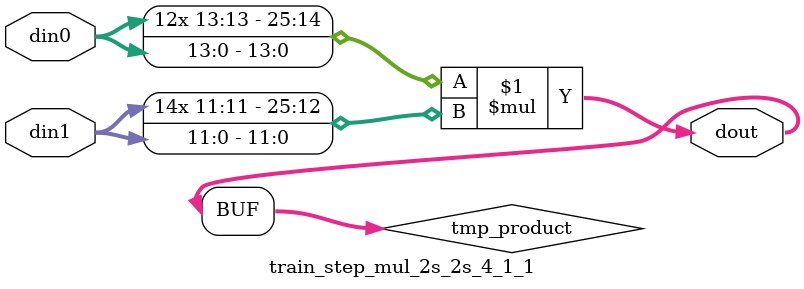
<source format=v>

`timescale 1 ns / 1 ps

 module train_step_mul_2s_2s_4_1_1(din0, din1, dout);
parameter ID = 1;
parameter NUM_STAGE = 0;
parameter din0_WIDTH = 14;
parameter din1_WIDTH = 12;
parameter dout_WIDTH = 26;

input [din0_WIDTH - 1 : 0] din0; 
input [din1_WIDTH - 1 : 0] din1; 
output [dout_WIDTH - 1 : 0] dout;

wire signed [dout_WIDTH - 1 : 0] tmp_product;



























assign tmp_product = $signed(din0) * $signed(din1);








assign dout = tmp_product;





















endmodule

</source>
